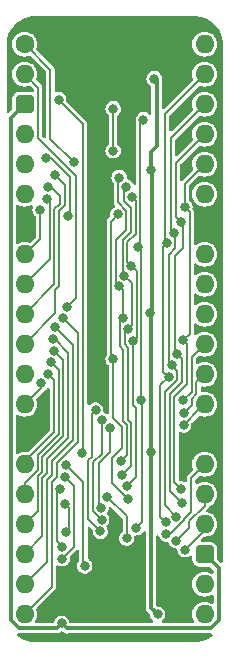
<source format=gbr>
%TF.GenerationSoftware,KiCad,Pcbnew,7.0.5*%
%TF.CreationDate,2024-01-26T06:52:55+02:00*%
%TF.ProjectId,Video Address Reader,56696465-6f20-4416-9464-726573732052,rev?*%
%TF.SameCoordinates,Original*%
%TF.FileFunction,Copper,L2,Bot*%
%TF.FilePolarity,Positive*%
%FSLAX46Y46*%
G04 Gerber Fmt 4.6, Leading zero omitted, Abs format (unit mm)*
G04 Created by KiCad (PCBNEW 7.0.5) date 2024-01-26 06:52:55*
%MOMM*%
%LPD*%
G01*
G04 APERTURE LIST*
G04 Aperture macros list*
%AMRoundRect*
0 Rectangle with rounded corners*
0 $1 Rounding radius*
0 $2 $3 $4 $5 $6 $7 $8 $9 X,Y pos of 4 corners*
0 Add a 4 corners polygon primitive as box body*
4,1,4,$2,$3,$4,$5,$6,$7,$8,$9,$2,$3,0*
0 Add four circle primitives for the rounded corners*
1,1,$1+$1,$2,$3*
1,1,$1+$1,$4,$5*
1,1,$1+$1,$6,$7*
1,1,$1+$1,$8,$9*
0 Add four rect primitives between the rounded corners*
20,1,$1+$1,$2,$3,$4,$5,0*
20,1,$1+$1,$4,$5,$6,$7,0*
20,1,$1+$1,$6,$7,$8,$9,0*
20,1,$1+$1,$8,$9,$2,$3,0*%
G04 Aperture macros list end*
%TA.AperFunction,ComponentPad*%
%ADD10C,1.600000*%
%TD*%
%TA.AperFunction,ComponentPad*%
%ADD11O,1.600000X1.600000*%
%TD*%
%TA.AperFunction,ComponentPad*%
%ADD12RoundRect,0.400000X-0.400000X-0.400000X0.400000X-0.400000X0.400000X0.400000X-0.400000X0.400000X0*%
%TD*%
%TA.AperFunction,ComponentPad*%
%ADD13R,1.600000X1.600000*%
%TD*%
%TA.AperFunction,ViaPad*%
%ADD14C,0.800000*%
%TD*%
%TA.AperFunction,Conductor*%
%ADD15C,0.380000*%
%TD*%
%TA.AperFunction,Conductor*%
%ADD16C,0.200000*%
%TD*%
G04 APERTURE END LIST*
D10*
%TO.P,J1,1,Pin_1*%
%TO.N,/~{Read Address Bank}*%
X88900000Y-58420000D03*
D11*
%TO.P,J1,2,Pin_2*%
%TO.N,/~{Read Address High}*%
X88900000Y-60960000D03*
D12*
%TO.P,J1,3,Pin_3*%
%TO.N,/5V*%
X88900000Y-63500000D03*
D11*
%TO.P,J1,4,Pin_4*%
%TO.N,/~{Read Address Low}*%
X88900000Y-66040000D03*
%TO.P,J1,5,Pin_5*%
%TO.N,/VA20*%
X88900000Y-68580000D03*
%TO.P,J1,6,Pin_6*%
%TO.N,/Pixel CLK*%
X88900000Y-71120000D03*
D13*
%TO.P,J1,7,Pin_7*%
%TO.N,/GND*%
X88900000Y-73660000D03*
D11*
%TO.P,J1,8,Pin_8*%
%TO.N,/VA19*%
X88900000Y-76200000D03*
%TO.P,J1,9,Pin_9*%
%TO.N,/VA18*%
X88900000Y-78740000D03*
%TO.P,J1,10,Pin_10*%
%TO.N,/VA17*%
X88900000Y-81280000D03*
%TO.P,J1,11,Pin_11*%
%TO.N,/VA16*%
X88900000Y-83820000D03*
%TO.P,J1,12,Pin_12*%
%TO.N,/VA15*%
X88900000Y-86360000D03*
%TO.P,J1,13,Pin_13*%
%TO.N,/VA14*%
X88900000Y-88900000D03*
D13*
%TO.P,J1,14,Pin_14*%
%TO.N,/GND*%
X88900000Y-91440000D03*
D11*
%TO.P,J1,15,Pin_15*%
%TO.N,/VA13*%
X88900000Y-93980000D03*
%TO.P,J1,16,Pin_16*%
%TO.N,/VA12*%
X88900000Y-96520000D03*
%TO.P,J1,17,Pin_17*%
%TO.N,/VA11*%
X88900000Y-99060000D03*
%TO.P,J1,18,Pin_18*%
%TO.N,/VA10*%
X88900000Y-101600000D03*
%TO.P,J1,19,Pin_19*%
%TO.N,/VA9*%
X88900000Y-104140000D03*
%TO.P,J1,20,Pin_20*%
%TO.N,/VA8*%
X88900000Y-106680000D03*
%TO.P,J1,21,Pin_21*%
%TO.N,/VA0*%
X104140000Y-106680000D03*
%TO.P,J1,22,Pin_22*%
%TO.N,/VA1*%
X104140000Y-104140000D03*
D12*
%TO.P,J1,23,Pin_23*%
%TO.N,/5V*%
X104140000Y-101600000D03*
D11*
%TO.P,J1,24,Pin_24*%
%TO.N,/VA2*%
X104140000Y-99060000D03*
%TO.P,J1,25,Pin_25*%
%TO.N,/VA3*%
X104140000Y-96520000D03*
%TO.P,J1,26,Pin_26*%
%TO.N,/VA4*%
X104140000Y-93980000D03*
D13*
%TO.P,J1,27,Pin_27*%
%TO.N,/GND*%
X104140000Y-91440000D03*
D11*
%TO.P,J1,28,Pin_28*%
%TO.N,/VA5*%
X104140000Y-88900000D03*
%TO.P,J1,29,Pin_29*%
%TO.N,/VA6*%
X104140000Y-86360000D03*
%TO.P,J1,30,Pin_30*%
%TO.N,/VA7*%
X104140000Y-83820000D03*
%TO.P,J1,31,Pin_31*%
%TO.N,/D0*%
X104140000Y-81280000D03*
%TO.P,J1,32,Pin_32*%
%TO.N,/D1*%
X104140000Y-78740000D03*
%TO.P,J1,33,Pin_33*%
%TO.N,/D2*%
X104140000Y-76200000D03*
D13*
%TO.P,J1,34,Pin_34*%
%TO.N,/GND*%
X104140000Y-73660000D03*
D11*
%TO.P,J1,35,Pin_35*%
%TO.N,/D3*%
X104140000Y-71120000D03*
%TO.P,J1,36,Pin_36*%
%TO.N,/D4*%
X104140000Y-68580000D03*
%TO.P,J1,37,Pin_37*%
%TO.N,/D5*%
X104140000Y-66040000D03*
%TO.P,J1,38,Pin_38*%
%TO.N,/D6*%
X104140000Y-63500000D03*
%TO.P,J1,39,Pin_39*%
%TO.N,/D7*%
X104140000Y-60960000D03*
%TO.P,J1,40,Pin_40*%
%TO.N,unconnected-(J1-Pin_40-Pad40)*%
X104140000Y-58420000D03*
%TD*%
D14*
%TO.N,/GND*%
X94996000Y-87503000D03*
X96266004Y-104673324D03*
X96774000Y-99060000D03*
%TO.N,/5V*%
X92029000Y-107444000D03*
%TO.N,/GND*%
X95123000Y-74295000D03*
X95123000Y-82600000D03*
X97155000Y-60198002D03*
X93599000Y-60071000D03*
X95123000Y-68579994D03*
%TO.N,/3.3V*%
X99585000Y-69087994D03*
X100157000Y-106688500D03*
X99585000Y-92964006D03*
X99486000Y-81153000D03*
X99867000Y-61341000D03*
%TO.N,/D0*%
X96896092Y-69710109D03*
X97028000Y-93726000D03*
X97243076Y-81600764D03*
X96895680Y-78910026D03*
%TO.N,/D1*%
X97157515Y-94883508D03*
X97678000Y-82500741D03*
X97507473Y-70501448D03*
X97331327Y-78007119D03*
%TO.N,/D2*%
X97996000Y-71374000D03*
X97574604Y-95793706D03*
X97941651Y-77214964D03*
X98078000Y-83554517D03*
%TO.N,/D3*%
X96796000Y-72837293D03*
X96393000Y-85090000D03*
X97663000Y-96901000D03*
%TO.N,/D4*%
X102128187Y-96058236D03*
X102304761Y-83486511D03*
X102457382Y-72223426D03*
%TO.N,/D5*%
X102170544Y-73477737D03*
X101789000Y-84645321D03*
X102235000Y-97282000D03*
%TO.N,/D6*%
X101571620Y-74436499D03*
X101727000Y-98425000D03*
X101346000Y-85598000D03*
%TO.N,/D7*%
X100853016Y-98910960D03*
X101077354Y-86597009D03*
X100948728Y-75218810D03*
%TO.N,/~{Read Address Low}*%
X91778000Y-63120698D03*
X93731728Y-93009201D03*
%TO.N,/Pixel CLK*%
X96393000Y-67436996D03*
X96393000Y-63881000D03*
%TO.N,/PCLK\u00B7RAL*%
X98355414Y-99362422D03*
X98488498Y-75628500D03*
X98947980Y-64814997D03*
X98778000Y-88581000D03*
%TO.N,/VA0*%
X92407519Y-94036858D03*
X93980000Y-102592001D03*
%TO.N,/VA1*%
X92075000Y-101981000D03*
X92300000Y-95030894D03*
%TO.N,/VA2*%
X102489000Y-101219000D03*
X91918322Y-96058227D03*
X92075000Y-100965000D03*
%TO.N,/VA3*%
X92320415Y-97362421D03*
X92371917Y-99736346D03*
X101733589Y-100463160D03*
%TO.N,/VA4*%
X95857000Y-96729419D03*
X97536000Y-100244324D03*
X100900624Y-99909829D03*
%TO.N,/VA5*%
X102362000Y-90678000D03*
X95386673Y-97653460D03*
X96144000Y-90932000D03*
%TO.N,/VA6*%
X102354058Y-89678029D03*
X95416873Y-98673610D03*
X95433581Y-90228218D03*
%TO.N,/VA7*%
X95302063Y-99667000D03*
X94896817Y-89384483D03*
X102340001Y-88578688D03*
%TO.N,/~{Read Address High}*%
X92456000Y-80644998D03*
%TO.N,/VA8*%
X92108308Y-81596832D03*
%TO.N,/VA9*%
X91500245Y-82392189D03*
%TO.N,/VA10*%
X91322623Y-83376290D03*
%TO.N,/VA11*%
X91373272Y-84375009D03*
%TO.N,/VA12*%
X91133638Y-85345874D03*
%TO.N,/VA13*%
X90866430Y-86309515D03*
%TO.N,/VA14*%
X90311447Y-87141380D03*
%TO.N,/~{Read Address Bank}*%
X93074394Y-68430809D03*
%TO.N,/VA16*%
X91440010Y-69469000D03*
%TO.N,/VA17*%
X90897338Y-70531972D03*
%TO.N,/VA18*%
X90805000Y-71562972D03*
%TO.N,/VA19*%
X90198805Y-72423319D03*
%TO.N,/VA20*%
X92525204Y-72988865D03*
X90678000Y-68072000D03*
%TD*%
D15*
%TO.N,/GND*%
X96265998Y-104673318D02*
X96266004Y-104673324D01*
X96265998Y-99568002D02*
X96265998Y-104673318D01*
X96774000Y-99060000D02*
X96265998Y-99568002D01*
D16*
%TO.N,/VA4*%
X97536000Y-98408419D02*
X95857000Y-96729419D01*
X97536000Y-100244324D02*
X97536000Y-98408419D01*
%TO.N,/D2*%
X98341859Y-95026451D02*
X97574604Y-95793706D01*
X98341859Y-89196934D02*
X98341859Y-95026451D01*
X98078000Y-83554517D02*
X98078000Y-88933075D01*
X98078000Y-88933075D02*
X98341859Y-89196934D01*
%TO.N,/D0*%
X97496000Y-74118679D02*
X96631327Y-74983352D01*
X97496000Y-72508636D02*
X97496000Y-74118679D01*
X96807473Y-71820109D02*
X97496000Y-72508636D01*
X96807473Y-69798728D02*
X96807473Y-71820109D01*
X96896092Y-69710109D02*
X96807473Y-69798728D01*
%TO.N,/D1*%
X97978000Y-78653792D02*
X97331327Y-78007119D01*
X97198000Y-77873792D02*
X97331327Y-78007119D01*
X97198000Y-74982365D02*
X97198000Y-77873792D01*
X97896000Y-74284365D02*
X97198000Y-74982365D01*
X97896000Y-72263950D02*
X97896000Y-74284365D01*
X97296000Y-71663950D02*
X97896000Y-72263950D01*
X97296000Y-70712921D02*
X97296000Y-71663950D01*
X97507473Y-70501448D02*
X97296000Y-70712921D01*
%TO.N,/D2*%
X97598000Y-76871313D02*
X97941651Y-77214964D01*
X97598000Y-75148050D02*
X97598000Y-76871313D01*
X98296000Y-71674000D02*
X98296000Y-74450050D01*
X97996000Y-71374000D02*
X98296000Y-71674000D01*
X98378000Y-83254517D02*
X98378000Y-77651313D01*
%TO.N,/D1*%
X97978000Y-82200741D02*
X97978000Y-78653792D01*
%TO.N,/D2*%
X98378000Y-77651313D02*
X97941651Y-77214964D01*
X98078000Y-83554517D02*
X98378000Y-83254517D01*
%TO.N,/D1*%
X97678000Y-82500741D02*
X97978000Y-82200741D01*
%TO.N,/D2*%
X98296000Y-74450050D02*
X97598000Y-75148050D01*
%TO.N,/D0*%
X96631327Y-74983352D02*
X96631327Y-78645673D01*
X96631327Y-78645673D02*
X96895680Y-78910026D01*
%TO.N,/PCLK\u00B7RAL*%
X98696000Y-65066977D02*
X98696000Y-75420998D01*
X98947980Y-64814997D02*
X98696000Y-65066977D01*
X98778000Y-88581000D02*
X98778000Y-75918002D01*
X98696000Y-75420998D02*
X98488498Y-75628500D01*
X98778000Y-75918002D02*
X98488498Y-75628500D01*
%TO.N,/D0*%
X97243076Y-81600764D02*
X97243076Y-79257422D01*
X97243076Y-79257422D02*
X96895680Y-78910026D01*
%TO.N,/D3*%
X96182000Y-73451293D02*
X96796000Y-72837293D01*
X96182000Y-84879000D02*
X96182000Y-73451293D01*
X96393000Y-85090000D02*
X96182000Y-84879000D01*
D15*
%TO.N,/3.3V*%
X99695000Y-69197994D02*
X99585000Y-69087994D01*
X99486000Y-81153000D02*
X99695000Y-80944000D01*
X99695000Y-80944000D02*
X99695000Y-69197994D01*
D16*
%TO.N,/VA2*%
X104140000Y-99568000D02*
X102489000Y-101219000D01*
D15*
%TO.N,/5V*%
X88401622Y-107872000D02*
X91601000Y-107872000D01*
X87710000Y-107180378D02*
X88401622Y-107872000D01*
X88900000Y-63500000D02*
X87710000Y-64690000D01*
X87710000Y-64690000D02*
X87710000Y-107180378D01*
%TO.N,/3.3V*%
X99585000Y-106116500D02*
X99585000Y-105941500D01*
X100157000Y-106688500D02*
X99585000Y-106116500D01*
D16*
%TO.N,/VA7*%
X94615000Y-93328608D02*
X94615000Y-89666300D01*
X94277000Y-93666608D02*
X94615000Y-93328608D01*
X94277000Y-98641937D02*
X94277000Y-93666608D01*
X94615000Y-89666300D02*
X94896817Y-89384483D01*
X95302063Y-99667000D02*
X94277000Y-98641937D01*
%TO.N,/VA6*%
X94677000Y-93832293D02*
X95433581Y-93075712D01*
X94677000Y-97933737D02*
X94677000Y-93832293D01*
%TO.N,/VA5*%
X96144000Y-92930978D02*
X96144000Y-90932000D01*
X95157000Y-93917978D02*
X96144000Y-92930978D01*
X95157000Y-97423787D02*
X95157000Y-93917978D01*
%TO.N,/D1*%
X97941859Y-94099164D02*
X97157515Y-94883508D01*
X97678000Y-90222680D02*
X97941859Y-90486539D01*
%TO.N,/VA6*%
X95416873Y-98673610D02*
X94677000Y-97933737D01*
%TO.N,/D1*%
X97678000Y-84144467D02*
X97678000Y-90222680D01*
X97378000Y-83844467D02*
X97678000Y-84144467D01*
X97378000Y-82800741D02*
X97378000Y-83844467D01*
X97678000Y-82500741D02*
X97378000Y-82800741D01*
%TO.N,/D0*%
X97541859Y-93212141D02*
X97028000Y-93726000D01*
X97244000Y-84276153D02*
X97244000Y-90354364D01*
X97244000Y-90354364D02*
X97541859Y-90652224D01*
X96978000Y-84010152D02*
X97244000Y-84276153D01*
X97541859Y-90652224D02*
X97541859Y-93212141D01*
X96978000Y-81865840D02*
X96978000Y-84010152D01*
%TO.N,/VA5*%
X95386673Y-97653460D02*
X95157000Y-97423787D01*
%TO.N,/D3*%
X96393000Y-90069050D02*
X96393000Y-85090000D01*
%TO.N,/D0*%
X97243076Y-81600764D02*
X96978000Y-81865840D01*
%TO.N,/VA6*%
X95433581Y-93075712D02*
X95433581Y-90228218D01*
%TO.N,/D3*%
X97141859Y-92622191D02*
X97141859Y-90817909D01*
X96328000Y-95566000D02*
X96328000Y-93436050D01*
X97141859Y-90817909D02*
X96393000Y-90069050D01*
X97663000Y-96901000D02*
X96328000Y-95566000D01*
%TO.N,/D1*%
X97941859Y-90486539D02*
X97941859Y-94099164D01*
%TO.N,/D3*%
X96328000Y-93436050D02*
X97141859Y-92622191D01*
%TO.N,/PCLK\u00B7RAL*%
X98806000Y-88609000D02*
X98778000Y-88581000D01*
X98806000Y-98911836D02*
X98806000Y-88609000D01*
X98355414Y-99362422D02*
X98806000Y-98911836D01*
D15*
%TO.N,/5V*%
X91601000Y-107872000D02*
X92029000Y-107444000D01*
X104632915Y-107870000D02*
X92503000Y-107870000D01*
X104140000Y-101600000D02*
X105330000Y-102790000D01*
X92457000Y-107872000D02*
X92029000Y-107444000D01*
X105330000Y-107172915D02*
X104632915Y-107870000D01*
X105330000Y-102790000D02*
X105330000Y-107172915D01*
%TO.N,/GND*%
X95123000Y-68579994D02*
X95123000Y-61595000D01*
X95123000Y-74295000D02*
X95123000Y-82600000D01*
X93599000Y-60071000D02*
X97027998Y-60071000D01*
X97027998Y-60071000D02*
X97155000Y-60198002D01*
X95123000Y-74295000D02*
X95123000Y-68579994D01*
X95123000Y-61595000D02*
X93599000Y-60071000D01*
%TO.N,/3.3V*%
X99585000Y-105941500D02*
X99585000Y-92964006D01*
X99585000Y-92964006D02*
X99585000Y-81252000D01*
X100076000Y-67056000D02*
X100076000Y-61550000D01*
X100076000Y-61550000D02*
X99867000Y-61341000D01*
X99585000Y-67547000D02*
X100076000Y-67056000D01*
X99585000Y-81252000D02*
X99486000Y-81153000D01*
X99585000Y-69087994D02*
X99585000Y-67547000D01*
D16*
%TO.N,/D4*%
X102870544Y-72636588D02*
X102870544Y-82920728D01*
X102640000Y-87225000D02*
X101574155Y-88290845D01*
X104140000Y-68580000D02*
X102457382Y-70262618D01*
X102304761Y-83486511D02*
X102640000Y-83821750D01*
X102640000Y-83821750D02*
X102640000Y-87225000D01*
X101574155Y-95504204D02*
X102128187Y-96058236D01*
X102457382Y-70262618D02*
X102457382Y-72223426D01*
X101574155Y-88290845D02*
X101574155Y-95504204D01*
X102870544Y-82920728D02*
X102304761Y-83486511D01*
X102457382Y-72223426D02*
X102870544Y-72636588D01*
%TO.N,/D5*%
X104140000Y-66040000D02*
X101710000Y-68470000D01*
X102271620Y-75655380D02*
X101595546Y-76331454D01*
X102220771Y-87009229D02*
X101174155Y-88055845D01*
X102220771Y-85077092D02*
X102220771Y-87009229D01*
X101595546Y-84451867D02*
X101789000Y-84645321D01*
X101174155Y-96221155D02*
X102235000Y-97282000D01*
X102170544Y-73477737D02*
X102271620Y-73578813D01*
X101710000Y-68470000D02*
X101710000Y-73017193D01*
X101174155Y-88055845D02*
X101174155Y-96221155D01*
X101595546Y-76331454D02*
X101595546Y-84451867D01*
X102271620Y-73578813D02*
X102271620Y-75655380D01*
X101789000Y-84645321D02*
X102220771Y-85077092D01*
X101710000Y-73017193D02*
X102170544Y-73477737D01*
%TO.N,/D6*%
X101820771Y-86843543D02*
X100774156Y-87890158D01*
X101089000Y-85341000D02*
X101346000Y-85598000D01*
X101571620Y-74436499D02*
X101665006Y-74529885D01*
X101820771Y-86072771D02*
X101820771Y-86843543D01*
X101256000Y-74120879D02*
X101571620Y-74436499D01*
X101089000Y-76272314D02*
X101089000Y-85341000D01*
X101346000Y-85598000D02*
X101820771Y-86072771D01*
X101665006Y-75696308D02*
X101089000Y-76272314D01*
X100774156Y-87890158D02*
X100774156Y-97472156D01*
X101256000Y-66384000D02*
X101256000Y-74120879D01*
X101665006Y-74529885D02*
X101665006Y-75696308D01*
X100774156Y-97472156D02*
X101727000Y-98425000D01*
X104140000Y-63500000D02*
X101256000Y-66384000D01*
%TO.N,/D7*%
X100806000Y-64294000D02*
X100806000Y-75076082D01*
X100646000Y-75521538D02*
X100646000Y-86165655D01*
X100948728Y-75218810D02*
X100646000Y-75521538D01*
X100374157Y-87300206D02*
X100374157Y-98432101D01*
X100646000Y-86165655D02*
X101077354Y-86597009D01*
X100374157Y-98432101D02*
X100853016Y-98910960D01*
X100806000Y-75076082D02*
X100948728Y-75218810D01*
X104140000Y-60960000D02*
X100806000Y-64294000D01*
X101077354Y-86597009D02*
X100374157Y-87300206D01*
%TO.N,/~{Read Address Low}*%
X91778000Y-63120698D02*
X93853000Y-65195698D01*
X93853000Y-65195698D02*
X93853000Y-92887929D01*
X93853000Y-92887929D02*
X93731728Y-93009201D01*
%TO.N,/Pixel CLK*%
X96393000Y-63881000D02*
X96393000Y-67436996D01*
%TO.N,/VA0*%
X92407519Y-94036858D02*
X93877001Y-95506340D01*
X93877001Y-102489002D02*
X93980000Y-102592001D01*
X93877001Y-95506340D02*
X93877001Y-102489002D01*
%TO.N,/VA1*%
X93072000Y-95802894D02*
X92300000Y-95030894D01*
X92075000Y-101981000D02*
X93072000Y-100984000D01*
X93072000Y-100984000D02*
X93072000Y-95802894D01*
%TO.N,/VA2*%
X92075000Y-100965000D02*
X91600000Y-100490000D01*
X91600000Y-96376549D02*
X91918322Y-96058227D01*
X91600000Y-100490000D02*
X91600000Y-96376549D01*
%TO.N,/VA3*%
X92371917Y-99736346D02*
X92645000Y-99463263D01*
X102827000Y-99369749D02*
X101733589Y-100463160D01*
X92645000Y-99463263D02*
X92645000Y-97687006D01*
X104140000Y-96520000D02*
X104140000Y-97504365D01*
X102827000Y-98817365D02*
X102827000Y-99369749D01*
X104140000Y-97504365D02*
X102827000Y-98817365D01*
X92645000Y-97687006D02*
X92320415Y-97362421D01*
%TO.N,/VA4*%
X102427000Y-98614000D02*
X102427000Y-98714950D01*
X101232121Y-99909829D02*
X100900624Y-99909829D01*
X102997000Y-95123000D02*
X102997000Y-98044000D01*
X104140000Y-93980000D02*
X102997000Y-95123000D01*
X102997000Y-98044000D02*
X102427000Y-98614000D01*
X102427000Y-98714950D02*
X101232121Y-99909829D01*
%TO.N,/VA5*%
X103690984Y-89349016D02*
X102362000Y-90678000D01*
%TO.N,/VA6*%
X104140000Y-86360000D02*
X103440000Y-87060000D01*
X103440000Y-87060000D02*
X103440000Y-88044365D01*
X103040000Y-88992087D02*
X102354058Y-89678029D01*
X103040000Y-88444365D02*
X103040000Y-88992087D01*
X103440000Y-88044365D02*
X103040000Y-88444365D01*
%TO.N,/VA7*%
X103040000Y-84920000D02*
X103040000Y-87878689D01*
X104140000Y-83820000D02*
X103040000Y-84920000D01*
X103040000Y-87878689D02*
X102340001Y-88578688D01*
%TO.N,/~{Read Address High}*%
X90043000Y-66389365D02*
X93225204Y-69571569D01*
X88900000Y-60960000D02*
X90043000Y-62103000D01*
X90043000Y-62103000D02*
X90043000Y-66389365D01*
X93225204Y-69571569D02*
X93225204Y-79875794D01*
X93225204Y-79875794D02*
X92456000Y-80644998D01*
%TO.N,/VA8*%
X91200000Y-95498376D02*
X91600000Y-95098375D01*
X93377996Y-82866520D02*
X92108308Y-81596832D01*
X91600000Y-93854426D02*
X93377996Y-92076429D01*
X93377996Y-92076429D02*
X93377996Y-82866520D01*
X91200000Y-104380000D02*
X91200000Y-95498376D01*
X88900000Y-106680000D02*
X91200000Y-104380000D01*
X91600000Y-95098375D02*
X91600000Y-93854426D01*
%TO.N,/VA9*%
X92977997Y-83869941D02*
X91500245Y-82392189D01*
X91200000Y-94932690D02*
X91200000Y-93688740D01*
X88900000Y-104140000D02*
X90800000Y-102240000D01*
X92977996Y-91910744D02*
X92977997Y-83869941D01*
X91200000Y-93688740D02*
X92977996Y-91910744D01*
X90800000Y-102240000D02*
X90800000Y-95332691D01*
X90800000Y-95332691D02*
X91200000Y-94932690D01*
%TO.N,/VA10*%
X90400000Y-95167006D02*
X90800000Y-94767005D01*
X92577996Y-91745055D02*
X92577998Y-84526431D01*
X91427857Y-83376290D02*
X91322623Y-83376290D01*
X88900000Y-101600000D02*
X90400000Y-100100000D01*
X90800000Y-93523054D02*
X92577996Y-91745055D01*
X90400000Y-100100000D02*
X90400000Y-95167006D01*
X90800000Y-94767005D02*
X90800000Y-93523054D01*
X92577998Y-84526431D02*
X91427857Y-83376290D01*
%TO.N,/VA11*%
X90000000Y-95001321D02*
X90400000Y-94601320D01*
X90000000Y-97960000D02*
X90000000Y-95001321D01*
X88900000Y-99060000D02*
X90000000Y-97960000D01*
X92177996Y-91579367D02*
X92177999Y-85179736D01*
X90400000Y-93357368D02*
X92177996Y-91579367D01*
X92177999Y-85179736D02*
X91373272Y-84375009D01*
X90400000Y-94601320D02*
X90400000Y-93357368D01*
%TO.N,/VA12*%
X91778000Y-85990236D02*
X91133638Y-85345874D01*
X88900000Y-95535635D02*
X90000000Y-94435635D01*
X90000000Y-93191682D02*
X91777996Y-91413684D01*
X90000000Y-94435635D02*
X90000000Y-93191682D01*
X91777996Y-91413684D02*
X91778000Y-85990236D01*
X88900000Y-96520000D02*
X88900000Y-95535635D01*
%TO.N,/VA13*%
X88900000Y-93726000D02*
X91378000Y-91248000D01*
X91378000Y-86821085D02*
X90866430Y-86309515D01*
X91378000Y-91248000D02*
X91378000Y-86821085D01*
%TO.N,/VA14*%
X88900000Y-88900000D02*
X90311447Y-87488553D01*
X90311447Y-87488553D02*
X90311447Y-87141380D01*
%TO.N,/~{Read Address Bank}*%
X91078000Y-66434415D02*
X93074394Y-68430809D01*
X88900000Y-58420000D02*
X91078000Y-60598000D01*
X91078000Y-60598000D02*
X91078000Y-66434415D01*
%TO.N,/VA16*%
X91502000Y-81218000D02*
X91502000Y-79243686D01*
X91821000Y-78924686D02*
X91821000Y-72574685D01*
X91502000Y-79243686D02*
X91821000Y-78924686D01*
X91821000Y-72574685D02*
X92348000Y-72047685D01*
X92348000Y-70376990D02*
X91440010Y-69469000D01*
X88900000Y-83820000D02*
X91502000Y-81218000D01*
X92348000Y-72047685D02*
X92348000Y-70376990D01*
%TO.N,/VA17*%
X91886546Y-71943453D02*
X91886546Y-71261486D01*
X91886546Y-71261486D02*
X91157032Y-70531972D01*
X91157032Y-70531972D02*
X90897338Y-70531972D01*
X88900000Y-81280000D02*
X91421000Y-78759000D01*
X91421000Y-72408999D02*
X91886546Y-71943453D01*
X91421000Y-78759000D02*
X91421000Y-72408999D01*
%TO.N,/VA18*%
X91021000Y-71778972D02*
X90805000Y-71562972D01*
X91021000Y-76619000D02*
X91021000Y-71778972D01*
X88900000Y-78740000D02*
X91021000Y-76619000D01*
%TO.N,/VA19*%
X88900000Y-76200000D02*
X90198805Y-74901195D01*
X90198805Y-74901195D02*
X90198805Y-72423319D01*
%TO.N,/VA20*%
X90678000Y-68072000D02*
X91159950Y-68072000D01*
X92748000Y-69660050D02*
X92748000Y-72766069D01*
X91159950Y-68072000D02*
X92748000Y-69660050D01*
X92748000Y-72766069D02*
X92525204Y-72988865D01*
%TD*%
%TA.AperFunction,Conductor*%
%TO.N,/GND*%
G36*
X96248385Y-97616486D02*
G01*
X97149181Y-98517282D01*
X97182666Y-98578605D01*
X97185500Y-98604963D01*
X97185500Y-99629973D01*
X97165815Y-99697012D01*
X97143728Y-99722786D01*
X97049337Y-99806410D01*
X97045516Y-99809795D01*
X96955781Y-99939799D01*
X96955780Y-99939800D01*
X96899762Y-100087505D01*
X96880722Y-100244323D01*
X96880722Y-100244324D01*
X96899762Y-100401142D01*
X96950106Y-100533885D01*
X96955780Y-100548847D01*
X97045517Y-100678854D01*
X97163760Y-100783607D01*
X97163762Y-100783608D01*
X97303634Y-100857020D01*
X97457014Y-100894824D01*
X97457015Y-100894824D01*
X97614985Y-100894824D01*
X97768365Y-100857020D01*
X97803047Y-100838817D01*
X97908240Y-100783607D01*
X98026483Y-100678854D01*
X98116220Y-100548847D01*
X98172237Y-100401142D01*
X98191278Y-100244324D01*
X98180051Y-100151868D01*
X98191513Y-100082945D01*
X98238416Y-100031159D01*
X98303148Y-100012922D01*
X98434399Y-100012922D01*
X98587779Y-99975118D01*
X98626459Y-99954817D01*
X98727654Y-99901705D01*
X98845897Y-99796952D01*
X98918450Y-99691839D01*
X98972732Y-99647850D01*
X99042181Y-99640190D01*
X99104746Y-99671293D01*
X99140563Y-99731284D01*
X99144500Y-99762280D01*
X99144500Y-106088271D01*
X99144110Y-106095219D01*
X99139834Y-106133156D01*
X99145728Y-106164305D01*
X99150438Y-106189198D01*
X99150821Y-106191452D01*
X99159315Y-106247805D01*
X99161781Y-106255801D01*
X99164521Y-106263630D01*
X99191145Y-106314004D01*
X99192190Y-106316074D01*
X99216930Y-106367448D01*
X99221586Y-106374278D01*
X99226569Y-106381028D01*
X99226571Y-106381032D01*
X99266876Y-106421337D01*
X99268459Y-106422981D01*
X99307250Y-106464787D01*
X99314516Y-106470581D01*
X99313978Y-106471254D01*
X99326072Y-106480533D01*
X99466998Y-106621459D01*
X99500483Y-106682782D01*
X99502413Y-106694193D01*
X99520763Y-106845319D01*
X99543289Y-106904715D01*
X99576780Y-106993023D01*
X99666517Y-107123030D01*
X99767717Y-107212684D01*
X99804844Y-107271874D01*
X99804076Y-107341739D01*
X99765659Y-107400099D01*
X99701788Y-107428424D01*
X99685490Y-107429500D01*
X92792372Y-107429500D01*
X92725333Y-107409815D01*
X92679578Y-107357011D01*
X92669276Y-107320446D01*
X92668669Y-107315449D01*
X92665237Y-107287182D01*
X92609220Y-107139477D01*
X92519483Y-107009470D01*
X92401240Y-106904717D01*
X92401238Y-106904716D01*
X92401237Y-106904715D01*
X92261365Y-106831303D01*
X92107986Y-106793500D01*
X92107985Y-106793500D01*
X91950015Y-106793500D01*
X91950014Y-106793500D01*
X91796634Y-106831303D01*
X91656762Y-106904715D01*
X91538516Y-107009471D01*
X91448781Y-107139475D01*
X91448780Y-107139476D01*
X91392763Y-107287180D01*
X91388481Y-107322447D01*
X91360859Y-107386625D01*
X91302925Y-107425681D01*
X91265385Y-107431500D01*
X89896345Y-107431500D01*
X89829306Y-107411815D01*
X89783551Y-107359011D01*
X89773607Y-107289853D01*
X89786985Y-107249049D01*
X89875232Y-107083954D01*
X89935300Y-106885934D01*
X89955583Y-106680000D01*
X89935300Y-106474066D01*
X89879210Y-106289163D01*
X89878588Y-106219298D01*
X89910189Y-106165491D01*
X91413046Y-104662634D01*
X91432902Y-104646511D01*
X91440669Y-104641437D01*
X91460873Y-104615477D01*
X91465941Y-104609739D01*
X91468375Y-104607307D01*
X91480333Y-104590555D01*
X91481800Y-104588589D01*
X91512517Y-104549126D01*
X91512519Y-104549118D01*
X91516006Y-104542675D01*
X91519234Y-104536072D01*
X91519239Y-104536066D01*
X91533501Y-104488155D01*
X91534259Y-104485790D01*
X91550500Y-104438488D01*
X91550500Y-104438481D01*
X91551705Y-104431261D01*
X91552617Y-104423952D01*
X91550553Y-104374051D01*
X91550500Y-104371489D01*
X91550500Y-102645492D01*
X91570185Y-102578453D01*
X91622989Y-102532698D01*
X91692147Y-102522754D01*
X91732126Y-102535696D01*
X91842634Y-102593696D01*
X91996014Y-102631500D01*
X91996015Y-102631500D01*
X92153985Y-102631500D01*
X92307365Y-102593696D01*
X92307364Y-102593695D01*
X92447240Y-102520283D01*
X92565483Y-102415530D01*
X92655220Y-102285523D01*
X92711237Y-102137818D01*
X92730278Y-101981000D01*
X92720274Y-101898616D01*
X92731734Y-101829695D01*
X92755686Y-101795993D01*
X93285043Y-101266636D01*
X93304894Y-101250516D01*
X93312669Y-101245437D01*
X93312674Y-101245429D01*
X93318513Y-101240056D01*
X93381166Y-101209131D01*
X93450592Y-101216988D01*
X93504750Y-101261133D01*
X93526444Y-101327549D01*
X93526500Y-101331282D01*
X93526500Y-102068899D01*
X93506815Y-102135938D01*
X93493742Y-102151194D01*
X93494490Y-102151857D01*
X93489518Y-102157469D01*
X93399781Y-102287476D01*
X93399780Y-102287477D01*
X93343762Y-102435182D01*
X93324722Y-102592000D01*
X93324722Y-102592001D01*
X93343762Y-102748819D01*
X93387588Y-102864376D01*
X93399780Y-102896524D01*
X93489517Y-103026531D01*
X93607760Y-103131284D01*
X93607762Y-103131285D01*
X93747634Y-103204697D01*
X93901014Y-103242501D01*
X93901015Y-103242501D01*
X94058985Y-103242501D01*
X94212365Y-103204697D01*
X94212365Y-103204696D01*
X94352240Y-103131284D01*
X94470483Y-103026531D01*
X94560220Y-102896524D01*
X94616237Y-102748819D01*
X94635278Y-102592001D01*
X94628442Y-102535696D01*
X94616237Y-102435182D01*
X94582570Y-102346410D01*
X94560220Y-102287478D01*
X94470483Y-102157471D01*
X94352240Y-102052718D01*
X94334591Y-102043455D01*
X94293874Y-102022084D01*
X94243662Y-101973498D01*
X94227501Y-101912288D01*
X94227501Y-99387482D01*
X94247186Y-99320443D01*
X94299990Y-99274688D01*
X94369148Y-99264744D01*
X94432704Y-99293769D01*
X94439182Y-99299801D01*
X94621372Y-99481991D01*
X94654857Y-99543314D01*
X94656787Y-99584617D01*
X94646785Y-99666999D01*
X94646785Y-99667000D01*
X94665825Y-99823818D01*
X94709812Y-99939800D01*
X94721843Y-99971523D01*
X94811580Y-100101530D01*
X94929823Y-100206283D01*
X94929825Y-100206284D01*
X95069697Y-100279696D01*
X95223077Y-100317500D01*
X95223078Y-100317500D01*
X95381048Y-100317500D01*
X95534428Y-100279696D01*
X95542177Y-100275629D01*
X95674303Y-100206283D01*
X95792546Y-100101530D01*
X95882283Y-99971523D01*
X95938300Y-99823818D01*
X95957341Y-99667000D01*
X95952993Y-99631186D01*
X95938300Y-99510181D01*
X95908453Y-99431482D01*
X95882283Y-99362477D01*
X95845261Y-99308842D01*
X95823379Y-99242489D01*
X95840844Y-99174837D01*
X95865081Y-99145591D01*
X95907356Y-99108140D01*
X95997093Y-98978133D01*
X96053110Y-98830428D01*
X96072151Y-98673610D01*
X96068536Y-98643833D01*
X96053110Y-98516791D01*
X96017579Y-98423104D01*
X95997093Y-98369087D01*
X95907356Y-98239080D01*
X95906129Y-98237993D01*
X95905488Y-98236971D01*
X95902382Y-98233465D01*
X95902964Y-98232948D01*
X95869001Y-98178805D01*
X95869767Y-98108940D01*
X95886302Y-98074738D01*
X95966893Y-97957983D01*
X96022910Y-97810278D01*
X96037609Y-97689218D01*
X96065229Y-97625043D01*
X96123163Y-97585986D01*
X96193016Y-97584451D01*
X96248385Y-97616486D01*
G37*
%TD.AperFunction*%
%TA.AperFunction,Conductor*%
G36*
X103306138Y-56056880D02*
G01*
X103306155Y-56056881D01*
X103585390Y-56073767D01*
X103592823Y-56074671D01*
X103617541Y-56079200D01*
X103866153Y-56124757D01*
X103873415Y-56126548D01*
X104138710Y-56209215D01*
X104145716Y-56211872D01*
X104399109Y-56325911D01*
X104405740Y-56329391D01*
X104643553Y-56473152D01*
X104649700Y-56477395D01*
X104868452Y-56648773D01*
X104874049Y-56653733D01*
X105070543Y-56850224D01*
X105075513Y-56855833D01*
X105246879Y-57074564D01*
X105251136Y-57080731D01*
X105394893Y-57318532D01*
X105398375Y-57325167D01*
X105512419Y-57578557D01*
X105515072Y-57585551D01*
X105592351Y-57833547D01*
X105597742Y-57850847D01*
X105599535Y-57858123D01*
X105649624Y-58131448D01*
X105650527Y-58138887D01*
X105667386Y-58417568D01*
X105667499Y-58421313D01*
X105667499Y-102205176D01*
X105647814Y-102272215D01*
X105595010Y-102317970D01*
X105525852Y-102327914D01*
X105462296Y-102298889D01*
X105455818Y-102292857D01*
X105226819Y-102063858D01*
X105193334Y-102002535D01*
X105190500Y-101976177D01*
X105190500Y-101134313D01*
X105190499Y-101134298D01*
X105188196Y-101105037D01*
X105187598Y-101097431D01*
X105185716Y-101090954D01*
X105141745Y-100939606D01*
X105141744Y-100939603D01*
X105141744Y-100939602D01*
X105058081Y-100798135D01*
X105058079Y-100798133D01*
X105058076Y-100798129D01*
X104941870Y-100681923D01*
X104941862Y-100681917D01*
X104845229Y-100624769D01*
X104800398Y-100598256D01*
X104800397Y-100598255D01*
X104800396Y-100598255D01*
X104800393Y-100598254D01*
X104642573Y-100552402D01*
X104642567Y-100552401D01*
X104605701Y-100549500D01*
X104605694Y-100549500D01*
X103953543Y-100549500D01*
X103886504Y-100529815D01*
X103840749Y-100477011D01*
X103830805Y-100407853D01*
X103859830Y-100344297D01*
X103865862Y-100337819D01*
X104051779Y-100151902D01*
X104113102Y-100118417D01*
X104139460Y-100115583D01*
X104139999Y-100115583D01*
X104139999Y-100115582D01*
X104140000Y-100115583D01*
X104345934Y-100095300D01*
X104543954Y-100035232D01*
X104726450Y-99937685D01*
X104886410Y-99806410D01*
X105017685Y-99646450D01*
X105115232Y-99463954D01*
X105175300Y-99265934D01*
X105195583Y-99060000D01*
X105175300Y-98854066D01*
X105115232Y-98656046D01*
X105017685Y-98473550D01*
X104943212Y-98382804D01*
X104886410Y-98313589D01*
X104755013Y-98205756D01*
X104726450Y-98182315D01*
X104543954Y-98084768D01*
X104428705Y-98049808D01*
X104366987Y-98031086D01*
X104308548Y-97992788D01*
X104280092Y-97928976D01*
X104290652Y-97859909D01*
X104315298Y-97824747D01*
X104353046Y-97786999D01*
X104372902Y-97770876D01*
X104380669Y-97765802D01*
X104400873Y-97739842D01*
X104405941Y-97734104D01*
X104408375Y-97731672D01*
X104420313Y-97714950D01*
X104421809Y-97712943D01*
X104452517Y-97673491D01*
X104452518Y-97673485D01*
X104456017Y-97667021D01*
X104459235Y-97660436D01*
X104459239Y-97660432D01*
X104473500Y-97612528D01*
X104474269Y-97610129D01*
X104477353Y-97601146D01*
X104490500Y-97562853D01*
X104490500Y-97562848D01*
X104491086Y-97561141D01*
X104531471Y-97504126D01*
X104549908Y-97492049D01*
X104726450Y-97397685D01*
X104886410Y-97266410D01*
X105017685Y-97106450D01*
X105115232Y-96923954D01*
X105175300Y-96725934D01*
X105195583Y-96520000D01*
X105175300Y-96314066D01*
X105115232Y-96116046D01*
X105017685Y-95933550D01*
X104932500Y-95829751D01*
X104886410Y-95773589D01*
X104757008Y-95667393D01*
X104726450Y-95642315D01*
X104543954Y-95544768D01*
X104345934Y-95484700D01*
X104345932Y-95484699D01*
X104345934Y-95484699D01*
X104140000Y-95464417D01*
X103934067Y-95484699D01*
X103736043Y-95544769D01*
X103553547Y-95642316D01*
X103550161Y-95645096D01*
X103485850Y-95672406D01*
X103416983Y-95660612D01*
X103365424Y-95613457D01*
X103347500Y-95549239D01*
X103347500Y-95319543D01*
X103367185Y-95252504D01*
X103383815Y-95231866D01*
X103625491Y-94990189D01*
X103686812Y-94956706D01*
X103749162Y-94959210D01*
X103934066Y-95015300D01*
X103934065Y-95015300D01*
X103952529Y-95017118D01*
X104140000Y-95035583D01*
X104345934Y-95015300D01*
X104543954Y-94955232D01*
X104726450Y-94857685D01*
X104886410Y-94726410D01*
X105017685Y-94566450D01*
X105115232Y-94383954D01*
X105175300Y-94185934D01*
X105195583Y-93980000D01*
X105175300Y-93774066D01*
X105115232Y-93576046D01*
X105017685Y-93393550D01*
X104925152Y-93280797D01*
X104886410Y-93233589D01*
X104768677Y-93136969D01*
X104726450Y-93102315D01*
X104556554Y-93011502D01*
X104543956Y-93004769D01*
X104543955Y-93004768D01*
X104543954Y-93004768D01*
X104345934Y-92944700D01*
X104345932Y-92944699D01*
X104345934Y-92944699D01*
X104140000Y-92924417D01*
X103934067Y-92944699D01*
X103736043Y-93004769D01*
X103625897Y-93063643D01*
X103553550Y-93102315D01*
X103553548Y-93102316D01*
X103553547Y-93102317D01*
X103393589Y-93233589D01*
X103262317Y-93393547D01*
X103262315Y-93393550D01*
X103225054Y-93463259D01*
X103164769Y-93576043D01*
X103104699Y-93774067D01*
X103084417Y-93980000D01*
X103104699Y-94185932D01*
X103104700Y-94185934D01*
X103152716Y-94344225D01*
X103160788Y-94370832D01*
X103161411Y-94440699D01*
X103129808Y-94494508D01*
X102783955Y-94840361D01*
X102764106Y-94856482D01*
X102756331Y-94861562D01*
X102736143Y-94887498D01*
X102731067Y-94893248D01*
X102728634Y-94895681D01*
X102728624Y-94895694D01*
X102716695Y-94912401D01*
X102715164Y-94914453D01*
X102684483Y-94953872D01*
X102680975Y-94960353D01*
X102677761Y-94966931D01*
X102663506Y-95014809D01*
X102662725Y-95017246D01*
X102646499Y-95064511D01*
X102645292Y-95071748D01*
X102644382Y-95079043D01*
X102646446Y-95128946D01*
X102646499Y-95131508D01*
X102646499Y-95390496D01*
X102626814Y-95457535D01*
X102574010Y-95503290D01*
X102504852Y-95513234D01*
X102464873Y-95500292D01*
X102360552Y-95445539D01*
X102207173Y-95407736D01*
X102207172Y-95407736D01*
X102049202Y-95407736D01*
X102048655Y-95407736D01*
X101981616Y-95388051D01*
X101935861Y-95335247D01*
X101924655Y-95283736D01*
X101924655Y-93346655D01*
X101924654Y-91388233D01*
X101944339Y-91321195D01*
X101997143Y-91275440D01*
X102066301Y-91265496D01*
X102106282Y-91278439D01*
X102129635Y-91290696D01*
X102129634Y-91290696D01*
X102283014Y-91328500D01*
X102283015Y-91328500D01*
X102440985Y-91328500D01*
X102594365Y-91290696D01*
X102617718Y-91278439D01*
X102734240Y-91217283D01*
X102852483Y-91112530D01*
X102942220Y-90982523D01*
X102998237Y-90834818D01*
X103017278Y-90678000D01*
X103007274Y-90595617D01*
X103018734Y-90526696D01*
X103042686Y-90492994D01*
X103625491Y-89910189D01*
X103686812Y-89876706D01*
X103749162Y-89879210D01*
X103934066Y-89935300D01*
X103934065Y-89935300D01*
X103952529Y-89937118D01*
X104140000Y-89955583D01*
X104345934Y-89935300D01*
X104543954Y-89875232D01*
X104726450Y-89777685D01*
X104886410Y-89646410D01*
X105017685Y-89486450D01*
X105115232Y-89303954D01*
X105175300Y-89105934D01*
X105195583Y-88900000D01*
X105175300Y-88694066D01*
X105115232Y-88496046D01*
X105017685Y-88313550D01*
X104965702Y-88250209D01*
X104886410Y-88153589D01*
X104736187Y-88030306D01*
X104726450Y-88022315D01*
X104543954Y-87924768D01*
X104345934Y-87864700D01*
X104345932Y-87864699D01*
X104345934Y-87864699D01*
X104140000Y-87844417D01*
X103928004Y-87865297D01*
X103927759Y-87862810D01*
X103869056Y-87857535D01*
X103813895Y-87814651D01*
X103790675Y-87748752D01*
X103790500Y-87742162D01*
X103790500Y-87517837D01*
X103810185Y-87450798D01*
X103862989Y-87405043D01*
X103927903Y-87395709D01*
X103928003Y-87394703D01*
X103932096Y-87395106D01*
X103932147Y-87395099D01*
X103932313Y-87395127D01*
X103934064Y-87395299D01*
X103934066Y-87395300D01*
X104140000Y-87415583D01*
X104345934Y-87395300D01*
X104543954Y-87335232D01*
X104726450Y-87237685D01*
X104886410Y-87106410D01*
X105017685Y-86946450D01*
X105115232Y-86763954D01*
X105175300Y-86565934D01*
X105195583Y-86360000D01*
X105175300Y-86154066D01*
X105115232Y-85956046D01*
X105017685Y-85773550D01*
X104908653Y-85640693D01*
X104886410Y-85613589D01*
X104760205Y-85510017D01*
X104726450Y-85482315D01*
X104543954Y-85384768D01*
X104345934Y-85324700D01*
X104345932Y-85324699D01*
X104345934Y-85324699D01*
X104140000Y-85304417D01*
X103934067Y-85324699D01*
X103736041Y-85384769D01*
X103572952Y-85471943D01*
X103504549Y-85486185D01*
X103439306Y-85461185D01*
X103397935Y-85404880D01*
X103390499Y-85362589D01*
X103390500Y-85116542D01*
X103410185Y-85049503D01*
X103426819Y-85028862D01*
X103522500Y-84933181D01*
X103625491Y-84830189D01*
X103686812Y-84796706D01*
X103749162Y-84799210D01*
X103934066Y-84855300D01*
X103934065Y-84855300D01*
X103952529Y-84857118D01*
X104140000Y-84875583D01*
X104345934Y-84855300D01*
X104543954Y-84795232D01*
X104726450Y-84697685D01*
X104886410Y-84566410D01*
X105017685Y-84406450D01*
X105115232Y-84223954D01*
X105175300Y-84025934D01*
X105195583Y-83820000D01*
X105175300Y-83614066D01*
X105115232Y-83416046D01*
X105017685Y-83233550D01*
X104947505Y-83148035D01*
X104886410Y-83073589D01*
X104744050Y-82956759D01*
X104726450Y-82942315D01*
X104543954Y-82844768D01*
X104345934Y-82784700D01*
X104345932Y-82784699D01*
X104345934Y-82784699D01*
X104140000Y-82764417D01*
X103934067Y-82784699D01*
X103799937Y-82825387D01*
X103740909Y-82843293D01*
X103736043Y-82844769D01*
X103553546Y-82942317D01*
X103425391Y-83047490D01*
X103361081Y-83074802D01*
X103292213Y-83063010D01*
X103240654Y-83015858D01*
X103222833Y-82956759D01*
X103222145Y-82940129D01*
X103221097Y-82914777D01*
X103221044Y-82912215D01*
X103221044Y-82146981D01*
X103240729Y-82079942D01*
X103293533Y-82034187D01*
X103362691Y-82024243D01*
X103423709Y-82051128D01*
X103549883Y-82154676D01*
X103553550Y-82157685D01*
X103736046Y-82255232D01*
X103934066Y-82315300D01*
X103934065Y-82315300D01*
X103952529Y-82317118D01*
X104140000Y-82335583D01*
X104345934Y-82315300D01*
X104543954Y-82255232D01*
X104726450Y-82157685D01*
X104886410Y-82026410D01*
X105017685Y-81866450D01*
X105115232Y-81683954D01*
X105175300Y-81485934D01*
X105195583Y-81280000D01*
X105175300Y-81074066D01*
X105115232Y-80876046D01*
X105017685Y-80693550D01*
X104910232Y-80562617D01*
X104886410Y-80533589D01*
X104768677Y-80436969D01*
X104726450Y-80402315D01*
X104543954Y-80304768D01*
X104345934Y-80244700D01*
X104345932Y-80244699D01*
X104345934Y-80244699D01*
X104140000Y-80224417D01*
X103934067Y-80244699D01*
X103809174Y-80282585D01*
X103740909Y-80303293D01*
X103736043Y-80304769D01*
X103669243Y-80340475D01*
X103553550Y-80402315D01*
X103553548Y-80402316D01*
X103553547Y-80402317D01*
X103423708Y-80508872D01*
X103359398Y-80536184D01*
X103290531Y-80524393D01*
X103238971Y-80477240D01*
X103221044Y-80413018D01*
X103221044Y-79606981D01*
X103240729Y-79539942D01*
X103293533Y-79494187D01*
X103362691Y-79484243D01*
X103423709Y-79511128D01*
X103549883Y-79614676D01*
X103553550Y-79617685D01*
X103736046Y-79715232D01*
X103934066Y-79775300D01*
X103934065Y-79775300D01*
X103952529Y-79777118D01*
X104140000Y-79795583D01*
X104345934Y-79775300D01*
X104543954Y-79715232D01*
X104726450Y-79617685D01*
X104886410Y-79486410D01*
X105017685Y-79326450D01*
X105115232Y-79143954D01*
X105175300Y-78945934D01*
X105195583Y-78740000D01*
X105175300Y-78534066D01*
X105115232Y-78336046D01*
X105017685Y-78153550D01*
X104965702Y-78090209D01*
X104886410Y-77993589D01*
X104768677Y-77896969D01*
X104726450Y-77862315D01*
X104543954Y-77764768D01*
X104345934Y-77704700D01*
X104345932Y-77704699D01*
X104345934Y-77704699D01*
X104140000Y-77684417D01*
X103934067Y-77704699D01*
X103809174Y-77742585D01*
X103740909Y-77763293D01*
X103736043Y-77764769D01*
X103625898Y-77823643D01*
X103553550Y-77862315D01*
X103553548Y-77862316D01*
X103553547Y-77862317D01*
X103423708Y-77968872D01*
X103359398Y-77996184D01*
X103290531Y-77984393D01*
X103238971Y-77937240D01*
X103221044Y-77873018D01*
X103221044Y-77066981D01*
X103240729Y-76999942D01*
X103293533Y-76954187D01*
X103362691Y-76944243D01*
X103423709Y-76971128D01*
X103549883Y-77074676D01*
X103553550Y-77077685D01*
X103736046Y-77175232D01*
X103934066Y-77235300D01*
X103934065Y-77235300D01*
X103952529Y-77237118D01*
X104140000Y-77255583D01*
X104345934Y-77235300D01*
X104543954Y-77175232D01*
X104726450Y-77077685D01*
X104886410Y-76946410D01*
X105017685Y-76786450D01*
X105115232Y-76603954D01*
X105175300Y-76405934D01*
X105195583Y-76200000D01*
X105175300Y-75994066D01*
X105115232Y-75796046D01*
X105017685Y-75613550D01*
X104965702Y-75550209D01*
X104886410Y-75453589D01*
X104768677Y-75356969D01*
X104726450Y-75322315D01*
X104543954Y-75224768D01*
X104345934Y-75164700D01*
X104345932Y-75164699D01*
X104345934Y-75164699D01*
X104140000Y-75144417D01*
X103934067Y-75164699D01*
X103758692Y-75217898D01*
X103740909Y-75223293D01*
X103736043Y-75224769D01*
X103625898Y-75283643D01*
X103553550Y-75322315D01*
X103553548Y-75322316D01*
X103553547Y-75322317D01*
X103423708Y-75428872D01*
X103359398Y-75456184D01*
X103290531Y-75444393D01*
X103238971Y-75397240D01*
X103221044Y-75333018D01*
X103221044Y-72685794D01*
X103223683Y-72660348D01*
X103225586Y-72651273D01*
X103223326Y-72633149D01*
X103221521Y-72618656D01*
X103221044Y-72610979D01*
X103221044Y-72607551D01*
X103221043Y-72607545D01*
X103217667Y-72587316D01*
X103217297Y-72584776D01*
X103215962Y-72574072D01*
X103211117Y-72535195D01*
X103211116Y-72535192D01*
X103209025Y-72528167D01*
X103206635Y-72521204D01*
X103182861Y-72477276D01*
X103181701Y-72475025D01*
X103168493Y-72448006D01*
X103159744Y-72430107D01*
X103155463Y-72424112D01*
X103150962Y-72418330D01*
X103142002Y-72410082D01*
X103106010Y-72350196D01*
X103102887Y-72303907D01*
X103112660Y-72223426D01*
X103093619Y-72066608D01*
X103037602Y-71918903D01*
X102947865Y-71788896D01*
X102849654Y-71701889D01*
X102812529Y-71642702D01*
X102807882Y-71609075D01*
X102807882Y-71120000D01*
X103084417Y-71120000D01*
X103104699Y-71325932D01*
X103127394Y-71400748D01*
X103164768Y-71523954D01*
X103262315Y-71706450D01*
X103262317Y-71706452D01*
X103393589Y-71866410D01*
X103477765Y-71935490D01*
X103553550Y-71997685D01*
X103736046Y-72095232D01*
X103934066Y-72155300D01*
X103934065Y-72155300D01*
X103952529Y-72157118D01*
X104140000Y-72175583D01*
X104345934Y-72155300D01*
X104543954Y-72095232D01*
X104726450Y-71997685D01*
X104886410Y-71866410D01*
X105017685Y-71706450D01*
X105115232Y-71523954D01*
X105175300Y-71325934D01*
X105195583Y-71120000D01*
X105175300Y-70914066D01*
X105115232Y-70716046D01*
X105017685Y-70533550D01*
X104922889Y-70418040D01*
X104886410Y-70373589D01*
X104758403Y-70268538D01*
X104726450Y-70242315D01*
X104543954Y-70144768D01*
X104345934Y-70084700D01*
X104345932Y-70084699D01*
X104345934Y-70084699D01*
X104140000Y-70064417D01*
X103934067Y-70084699D01*
X103819344Y-70119500D01*
X103736472Y-70144639D01*
X103736043Y-70144769D01*
X103638468Y-70196925D01*
X103553550Y-70242315D01*
X103553548Y-70242316D01*
X103553547Y-70242317D01*
X103393589Y-70373589D01*
X103263610Y-70531972D01*
X103262315Y-70533550D01*
X103238879Y-70577395D01*
X103164769Y-70716043D01*
X103104699Y-70914067D01*
X103084417Y-71120000D01*
X102807882Y-71120000D01*
X102807882Y-70459161D01*
X102827567Y-70392122D01*
X102844197Y-70371484D01*
X103625491Y-69590189D01*
X103686812Y-69556706D01*
X103749162Y-69559210D01*
X103934066Y-69615300D01*
X103934065Y-69615300D01*
X103952529Y-69617118D01*
X104140000Y-69635583D01*
X104345934Y-69615300D01*
X104543954Y-69555232D01*
X104726450Y-69457685D01*
X104886410Y-69326410D01*
X105017685Y-69166450D01*
X105115232Y-68983954D01*
X105175300Y-68785934D01*
X105195583Y-68580000D01*
X105175300Y-68374066D01*
X105115232Y-68176046D01*
X105017685Y-67993550D01*
X104965702Y-67930209D01*
X104886410Y-67833589D01*
X104740424Y-67713783D01*
X104726450Y-67702315D01*
X104543954Y-67604768D01*
X104345934Y-67544700D01*
X104345932Y-67544699D01*
X104345934Y-67544699D01*
X104140000Y-67524417D01*
X103934067Y-67544699D01*
X103736043Y-67604769D01*
X103625898Y-67663643D01*
X103553550Y-67702315D01*
X103553548Y-67702316D01*
X103553547Y-67702317D01*
X103393589Y-67833589D01*
X103262317Y-67993547D01*
X103164769Y-68176043D01*
X103104699Y-68374067D01*
X103084417Y-68579999D01*
X103104699Y-68785932D01*
X103121522Y-68841390D01*
X103160563Y-68970092D01*
X103160788Y-68970832D01*
X103161411Y-69040699D01*
X103129808Y-69094508D01*
X102272180Y-69952136D01*
X102210857Y-69985621D01*
X102141165Y-69980637D01*
X102085232Y-69938765D01*
X102060815Y-69873301D01*
X102060500Y-69864482D01*
X102060500Y-68666542D01*
X102080185Y-68599502D01*
X102096814Y-68578866D01*
X103625491Y-67050189D01*
X103686812Y-67016706D01*
X103749162Y-67019210D01*
X103934066Y-67075300D01*
X103934065Y-67075300D01*
X103952529Y-67077118D01*
X104140000Y-67095583D01*
X104345934Y-67075300D01*
X104543954Y-67015232D01*
X104726450Y-66917685D01*
X104886410Y-66786410D01*
X105017685Y-66626450D01*
X105115232Y-66443954D01*
X105175300Y-66245934D01*
X105195583Y-66040000D01*
X105175300Y-65834066D01*
X105115232Y-65636046D01*
X105017685Y-65453550D01*
X104936217Y-65354280D01*
X104886410Y-65293589D01*
X104762593Y-65191977D01*
X104726450Y-65162315D01*
X104543954Y-65064768D01*
X104345934Y-65004700D01*
X104345932Y-65004699D01*
X104345934Y-65004699D01*
X104140000Y-64984417D01*
X103934067Y-65004699D01*
X103736043Y-65064769D01*
X103633613Y-65119520D01*
X103553550Y-65162315D01*
X103553548Y-65162316D01*
X103553547Y-65162317D01*
X103393589Y-65293589D01*
X103262317Y-65453547D01*
X103164769Y-65636043D01*
X103104699Y-65834067D01*
X103084417Y-66039999D01*
X103104699Y-66245932D01*
X103104700Y-66245934D01*
X103151907Y-66401558D01*
X103160788Y-66430832D01*
X103161411Y-66500699D01*
X103129808Y-66554508D01*
X101818181Y-67866136D01*
X101756858Y-67899621D01*
X101687166Y-67894637D01*
X101631233Y-67852765D01*
X101606816Y-67787301D01*
X101606500Y-67778455D01*
X101606500Y-66580542D01*
X101626185Y-66513503D01*
X101642814Y-66492866D01*
X103625490Y-64510189D01*
X103686811Y-64476706D01*
X103749163Y-64479210D01*
X103934066Y-64535300D01*
X103934065Y-64535300D01*
X103952529Y-64537118D01*
X104140000Y-64555583D01*
X104345934Y-64535300D01*
X104543954Y-64475232D01*
X104726450Y-64377685D01*
X104886410Y-64246410D01*
X105017685Y-64086450D01*
X105115232Y-63903954D01*
X105175300Y-63705934D01*
X105195583Y-63500000D01*
X105175300Y-63294066D01*
X105115232Y-63096046D01*
X105017685Y-62913550D01*
X104937771Y-62816174D01*
X104886410Y-62753589D01*
X104726452Y-62622317D01*
X104726453Y-62622317D01*
X104726450Y-62622315D01*
X104543954Y-62524768D01*
X104345934Y-62464700D01*
X104345932Y-62464699D01*
X104345934Y-62464699D01*
X104140000Y-62444417D01*
X103934067Y-62464699D01*
X103736043Y-62524769D01*
X103630072Y-62581413D01*
X103553550Y-62622315D01*
X103553548Y-62622316D01*
X103553547Y-62622317D01*
X103393589Y-62753589D01*
X103262317Y-62913547D01*
X103164769Y-63096043D01*
X103104699Y-63294067D01*
X103084417Y-63499999D01*
X103104699Y-63705932D01*
X103160788Y-63890832D01*
X103161411Y-63960699D01*
X103129808Y-64014508D01*
X101368181Y-65776136D01*
X101306858Y-65809621D01*
X101237166Y-65804637D01*
X101181233Y-65762765D01*
X101156816Y-65697301D01*
X101156500Y-65688455D01*
X101156500Y-64490543D01*
X101176185Y-64423504D01*
X101192814Y-64402867D01*
X103625491Y-61970189D01*
X103686812Y-61936706D01*
X103749162Y-61939210D01*
X103934066Y-61995300D01*
X103934065Y-61995300D01*
X103952529Y-61997118D01*
X104140000Y-62015583D01*
X104345934Y-61995300D01*
X104543954Y-61935232D01*
X104726450Y-61837685D01*
X104886410Y-61706410D01*
X105017685Y-61546450D01*
X105115232Y-61363954D01*
X105175300Y-61165934D01*
X105195583Y-60960000D01*
X105175300Y-60754066D01*
X105115232Y-60556046D01*
X105017685Y-60373550D01*
X104965702Y-60310209D01*
X104886410Y-60213589D01*
X104726452Y-60082317D01*
X104726453Y-60082317D01*
X104726450Y-60082315D01*
X104543954Y-59984768D01*
X104345934Y-59924700D01*
X104345932Y-59924699D01*
X104345934Y-59924699D01*
X104140000Y-59904417D01*
X103934067Y-59924699D01*
X103736043Y-59984769D01*
X103625898Y-60043643D01*
X103553550Y-60082315D01*
X103553548Y-60082316D01*
X103553547Y-60082317D01*
X103393589Y-60213589D01*
X103262317Y-60373547D01*
X103262315Y-60373550D01*
X103228717Y-60436407D01*
X103164769Y-60556043D01*
X103104699Y-60754067D01*
X103084417Y-60960000D01*
X103104699Y-61165932D01*
X103160788Y-61350832D01*
X103161411Y-61420699D01*
X103129808Y-61474508D01*
X100728181Y-63876136D01*
X100666858Y-63909621D01*
X100597166Y-63904637D01*
X100541233Y-63862765D01*
X100516816Y-63797301D01*
X100516500Y-63788455D01*
X100516500Y-61578228D01*
X100516889Y-61571289D01*
X100521165Y-61533344D01*
X100511192Y-61480641D01*
X100509935Y-61442648D01*
X100522278Y-61341000D01*
X100503237Y-61184182D01*
X100447220Y-61036477D01*
X100357483Y-60906470D01*
X100239240Y-60801717D01*
X100239238Y-60801716D01*
X100239237Y-60801715D01*
X100099365Y-60728303D01*
X99945986Y-60690500D01*
X99945985Y-60690500D01*
X99788015Y-60690500D01*
X99788014Y-60690500D01*
X99634634Y-60728303D01*
X99494762Y-60801715D01*
X99376516Y-60906471D01*
X99286781Y-61036475D01*
X99286780Y-61036476D01*
X99230762Y-61184181D01*
X99211722Y-61340999D01*
X99211722Y-61341000D01*
X99230762Y-61497818D01*
X99261258Y-61578228D01*
X99286780Y-61645523D01*
X99376517Y-61775530D01*
X99494760Y-61880283D01*
X99494762Y-61880284D01*
X99569126Y-61919314D01*
X99619338Y-61967898D01*
X99635500Y-62029110D01*
X99635500Y-64279509D01*
X99615815Y-64346548D01*
X99563011Y-64392303D01*
X99493853Y-64402247D01*
X99430297Y-64373222D01*
X99429274Y-64372325D01*
X99320220Y-64275714D01*
X99320218Y-64275712D01*
X99180345Y-64202300D01*
X99026966Y-64164497D01*
X99026965Y-64164497D01*
X98868995Y-64164497D01*
X98868994Y-64164497D01*
X98715614Y-64202300D01*
X98575742Y-64275712D01*
X98457496Y-64380468D01*
X98367761Y-64510472D01*
X98367760Y-64510473D01*
X98311742Y-64658178D01*
X98292702Y-64814996D01*
X98292702Y-64814997D01*
X98311742Y-64971811D01*
X98311743Y-64971817D01*
X98324214Y-65004699D01*
X98337442Y-65039580D01*
X98345500Y-65083548D01*
X98345500Y-70200060D01*
X98325815Y-70267099D01*
X98273011Y-70312854D01*
X98203853Y-70322798D01*
X98140297Y-70293773D01*
X98105558Y-70244032D01*
X98104907Y-70242315D01*
X98087693Y-70196925D01*
X97997956Y-70066918D01*
X97879713Y-69962165D01*
X97879711Y-69962164D01*
X97879710Y-69962163D01*
X97739839Y-69888752D01*
X97642448Y-69864748D01*
X97582068Y-69829592D01*
X97550279Y-69767373D01*
X97549027Y-69729404D01*
X97551370Y-69710109D01*
X97532329Y-69553291D01*
X97476312Y-69405586D01*
X97386575Y-69275579D01*
X97268332Y-69170826D01*
X97268330Y-69170825D01*
X97268329Y-69170824D01*
X97128457Y-69097412D01*
X96975078Y-69059609D01*
X96975077Y-69059609D01*
X96817107Y-69059609D01*
X96817106Y-69059609D01*
X96663726Y-69097412D01*
X96523854Y-69170824D01*
X96405608Y-69275580D01*
X96315873Y-69405584D01*
X96315872Y-69405585D01*
X96259854Y-69553290D01*
X96240814Y-69710108D01*
X96240814Y-69710109D01*
X96259854Y-69866927D01*
X96315872Y-70014632D01*
X96315873Y-70014633D01*
X96405607Y-70144637D01*
X96405608Y-70144638D01*
X96405609Y-70144639D01*
X96415200Y-70153136D01*
X96452326Y-70212323D01*
X96456973Y-70245951D01*
X96456973Y-71770897D01*
X96454334Y-71796341D01*
X96452430Y-71805420D01*
X96452430Y-71805426D01*
X96456496Y-71838046D01*
X96456973Y-71845723D01*
X96456973Y-71849149D01*
X96459705Y-71865529D01*
X96460349Y-71869385D01*
X96460718Y-71871917D01*
X96466900Y-71921502D01*
X96468993Y-71928535D01*
X96471380Y-71935488D01*
X96471381Y-71935490D01*
X96479081Y-71949718D01*
X96495164Y-71979439D01*
X96496337Y-71981717D01*
X96518275Y-72026593D01*
X96518277Y-72026595D01*
X96522544Y-72032573D01*
X96527056Y-72038369D01*
X96539672Y-72049983D01*
X96575662Y-72109870D01*
X96573561Y-72179708D01*
X96534036Y-72237324D01*
X96513315Y-72251007D01*
X96423761Y-72298009D01*
X96305516Y-72402764D01*
X96215781Y-72532768D01*
X96215780Y-72532769D01*
X96159763Y-72680474D01*
X96140722Y-72837293D01*
X96150724Y-72919674D01*
X96139263Y-72988597D01*
X96115309Y-73022300D01*
X95968955Y-73168654D01*
X95949106Y-73184775D01*
X95941331Y-73189855D01*
X95921143Y-73215791D01*
X95916067Y-73221541D01*
X95913634Y-73223974D01*
X95913624Y-73223987D01*
X95901695Y-73240694D01*
X95900164Y-73242746D01*
X95869483Y-73282165D01*
X95865975Y-73288646D01*
X95862761Y-73295224D01*
X95848506Y-73343102D01*
X95847725Y-73345539D01*
X95831499Y-73392805D01*
X95830294Y-73400026D01*
X95829382Y-73407339D01*
X95831447Y-73457241D01*
X95831500Y-73459803D01*
X95831500Y-84719716D01*
X95814425Y-84777866D01*
X95816267Y-84778833D01*
X95812780Y-84785476D01*
X95756762Y-84933181D01*
X95737722Y-85089999D01*
X95737722Y-85090000D01*
X95756762Y-85246818D01*
X95812780Y-85394523D01*
X95812781Y-85394524D01*
X95902517Y-85524531D01*
X95963109Y-85578210D01*
X96000726Y-85611535D01*
X96037853Y-85670723D01*
X96042500Y-85704350D01*
X96042500Y-89623097D01*
X96022815Y-89690136D01*
X95970011Y-89735891D01*
X95900853Y-89745835D01*
X95837297Y-89716810D01*
X95836274Y-89715913D01*
X95805821Y-89688935D01*
X95805819Y-89688933D01*
X95665946Y-89615521D01*
X95665943Y-89615520D01*
X95634825Y-89607850D01*
X95574445Y-89572693D01*
X95542657Y-89510473D01*
X95541406Y-89472513D01*
X95552095Y-89384483D01*
X95533054Y-89227665D01*
X95477037Y-89079960D01*
X95387300Y-88949953D01*
X95269057Y-88845200D01*
X95269055Y-88845199D01*
X95269054Y-88845198D01*
X95129182Y-88771786D01*
X94975803Y-88733983D01*
X94975802Y-88733983D01*
X94817832Y-88733983D01*
X94817831Y-88733983D01*
X94664451Y-88771786D01*
X94524578Y-88845198D01*
X94524576Y-88845200D01*
X94409726Y-88946947D01*
X94346493Y-88976668D01*
X94277230Y-88967484D01*
X94223927Y-88922311D01*
X94203507Y-88855492D01*
X94203500Y-88854131D01*
X94203500Y-67436996D01*
X95737722Y-67436996D01*
X95756762Y-67593814D01*
X95802261Y-67713783D01*
X95812780Y-67741519D01*
X95902517Y-67871526D01*
X96020760Y-67976279D01*
X96020762Y-67976280D01*
X96160634Y-68049692D01*
X96314014Y-68087496D01*
X96314015Y-68087496D01*
X96471985Y-68087496D01*
X96625365Y-68049692D01*
X96652771Y-68035308D01*
X96765240Y-67976279D01*
X96883483Y-67871526D01*
X96973220Y-67741519D01*
X97029237Y-67593814D01*
X97048278Y-67436996D01*
X97029237Y-67280178D01*
X97016969Y-67247831D01*
X97005664Y-67218022D01*
X96973220Y-67132473D01*
X96883483Y-67002466D01*
X96785272Y-66915459D01*
X96748147Y-66856272D01*
X96743500Y-66822645D01*
X96743500Y-64495350D01*
X96763185Y-64428311D01*
X96785271Y-64402536D01*
X96883483Y-64315530D01*
X96973220Y-64185523D01*
X97029237Y-64037818D01*
X97048278Y-63881000D01*
X97047688Y-63876136D01*
X97029237Y-63724181D01*
X97007992Y-63668164D01*
X96973220Y-63576477D01*
X96883483Y-63446470D01*
X96765240Y-63341717D01*
X96765238Y-63341716D01*
X96765237Y-63341715D01*
X96625365Y-63268303D01*
X96471986Y-63230500D01*
X96471985Y-63230500D01*
X96314015Y-63230500D01*
X96314014Y-63230500D01*
X96160634Y-63268303D01*
X96020762Y-63341715D01*
X95902516Y-63446471D01*
X95812781Y-63576475D01*
X95812780Y-63576476D01*
X95756762Y-63724181D01*
X95737722Y-63880999D01*
X95737722Y-63881000D01*
X95756762Y-64037818D01*
X95775207Y-64086452D01*
X95812780Y-64185523D01*
X95824360Y-64202300D01*
X95902517Y-64315531D01*
X95937529Y-64346548D01*
X96000726Y-64402535D01*
X96037853Y-64461723D01*
X96042500Y-64495350D01*
X96042500Y-66822645D01*
X96022815Y-66889684D01*
X96000728Y-66915458D01*
X95938741Y-66970375D01*
X95902516Y-67002467D01*
X95812781Y-67132471D01*
X95812780Y-67132472D01*
X95756762Y-67280177D01*
X95737722Y-67436995D01*
X95737722Y-67436996D01*
X94203500Y-67436996D01*
X94203500Y-65244906D01*
X94206139Y-65219458D01*
X94208042Y-65210382D01*
X94204507Y-65182033D01*
X94203975Y-65177765D01*
X94203499Y-65170090D01*
X94203500Y-65166658D01*
X94200121Y-65146411D01*
X94199753Y-65143886D01*
X94196716Y-65119520D01*
X94193573Y-65094305D01*
X94193571Y-65094302D01*
X94191481Y-65087277D01*
X94189091Y-65080314D01*
X94165317Y-65036386D01*
X94164157Y-65034135D01*
X94149768Y-65004699D01*
X94142200Y-64989217D01*
X94137919Y-64983222D01*
X94133420Y-64977442D01*
X94133418Y-64977440D01*
X94096642Y-64943585D01*
X94094820Y-64941836D01*
X92458689Y-63305705D01*
X92425204Y-63244382D01*
X92423274Y-63203082D01*
X92433278Y-63120698D01*
X92414237Y-62963880D01*
X92358220Y-62816175D01*
X92268483Y-62686168D01*
X92150240Y-62581415D01*
X92150238Y-62581414D01*
X92150237Y-62581413D01*
X92010365Y-62508001D01*
X91856986Y-62470198D01*
X91856985Y-62470198D01*
X91699015Y-62470198D01*
X91699014Y-62470198D01*
X91582173Y-62498996D01*
X91512371Y-62495927D01*
X91455309Y-62455606D01*
X91429104Y-62390837D01*
X91428499Y-62378599D01*
X91428499Y-61645523D01*
X91428499Y-60647196D01*
X91431137Y-60621766D01*
X91433042Y-60612685D01*
X91431191Y-60597839D01*
X91428977Y-60580068D01*
X91428500Y-60572391D01*
X91428500Y-60568963D01*
X91428499Y-60568957D01*
X91426344Y-60556046D01*
X91425119Y-60548706D01*
X91424753Y-60546188D01*
X91423418Y-60535484D01*
X91418573Y-60496607D01*
X91418572Y-60496604D01*
X91416481Y-60489579D01*
X91414091Y-60482616D01*
X91390317Y-60438688D01*
X91389157Y-60436437D01*
X91375949Y-60409418D01*
X91367200Y-60391519D01*
X91362919Y-60385524D01*
X91358420Y-60379744D01*
X91358418Y-60379742D01*
X91321642Y-60345887D01*
X91319820Y-60344138D01*
X89910191Y-58934509D01*
X89876706Y-58873186D01*
X89879210Y-58810837D01*
X89935300Y-58625934D01*
X89955583Y-58420000D01*
X103084417Y-58420000D01*
X103104699Y-58625932D01*
X103104700Y-58625934D01*
X103164768Y-58823954D01*
X103262315Y-59006450D01*
X103262317Y-59006452D01*
X103393589Y-59166410D01*
X103490209Y-59245702D01*
X103553550Y-59297685D01*
X103736046Y-59395232D01*
X103934066Y-59455300D01*
X103934065Y-59455300D01*
X103952529Y-59457118D01*
X104140000Y-59475583D01*
X104345934Y-59455300D01*
X104543954Y-59395232D01*
X104726450Y-59297685D01*
X104886410Y-59166410D01*
X105017685Y-59006450D01*
X105115232Y-58823954D01*
X105175300Y-58625934D01*
X105195583Y-58420000D01*
X105175300Y-58214066D01*
X105115232Y-58016046D01*
X105017685Y-57833550D01*
X104965702Y-57770209D01*
X104886410Y-57673589D01*
X104726452Y-57542317D01*
X104726453Y-57542317D01*
X104726450Y-57542315D01*
X104543954Y-57444768D01*
X104345934Y-57384700D01*
X104345932Y-57384699D01*
X104345934Y-57384699D01*
X104140000Y-57364417D01*
X103934067Y-57384699D01*
X103736043Y-57444769D01*
X103625898Y-57503643D01*
X103553550Y-57542315D01*
X103553548Y-57542316D01*
X103553547Y-57542317D01*
X103393589Y-57673589D01*
X103262317Y-57833547D01*
X103262315Y-57833550D01*
X103249174Y-57858135D01*
X103164769Y-58016043D01*
X103104699Y-58214067D01*
X103084417Y-58420000D01*
X89955583Y-58420000D01*
X89935300Y-58214066D01*
X89875232Y-58016046D01*
X89777685Y-57833550D01*
X89725702Y-57770209D01*
X89646410Y-57673589D01*
X89486452Y-57542317D01*
X89486453Y-57542317D01*
X89486450Y-57542315D01*
X89303954Y-57444768D01*
X89105934Y-57384700D01*
X89105932Y-57384699D01*
X89105934Y-57384699D01*
X88900000Y-57364417D01*
X88694067Y-57384699D01*
X88496043Y-57444769D01*
X88385898Y-57503643D01*
X88313550Y-57542315D01*
X88313548Y-57542316D01*
X88313547Y-57542317D01*
X88153589Y-57673589D01*
X88022317Y-57833547D01*
X88022315Y-57833550D01*
X88009174Y-57858135D01*
X87924769Y-58016043D01*
X87864699Y-58214067D01*
X87844417Y-58420000D01*
X87864699Y-58625932D01*
X87864700Y-58625934D01*
X87924768Y-58823954D01*
X88022315Y-59006450D01*
X88022317Y-59006452D01*
X88153589Y-59166410D01*
X88250209Y-59245702D01*
X88313550Y-59297685D01*
X88496046Y-59395232D01*
X88694066Y-59455300D01*
X88694065Y-59455300D01*
X88714348Y-59457297D01*
X88900000Y-59475583D01*
X89105934Y-59455300D01*
X89290836Y-59399210D01*
X89360699Y-59398588D01*
X89414509Y-59430191D01*
X90691182Y-60706864D01*
X90724666Y-60768185D01*
X90727500Y-60794543D01*
X90727500Y-66278820D01*
X90707815Y-66345859D01*
X90655011Y-66391614D01*
X90585853Y-66401558D01*
X90522297Y-66372533D01*
X90515819Y-66366502D01*
X90474868Y-66325551D01*
X90429817Y-66280500D01*
X90396334Y-66219180D01*
X90393500Y-66192821D01*
X90393500Y-62152206D01*
X90396139Y-62126760D01*
X90398042Y-62117685D01*
X90395782Y-62099561D01*
X90393977Y-62085068D01*
X90393500Y-62077391D01*
X90393500Y-62073963D01*
X90393499Y-62073957D01*
X90390123Y-62053728D01*
X90389753Y-62051188D01*
X90385315Y-62015583D01*
X90383573Y-62001607D01*
X90383572Y-62001604D01*
X90381481Y-61994579D01*
X90379091Y-61987616D01*
X90355317Y-61943688D01*
X90354157Y-61941437D01*
X90340949Y-61914418D01*
X90332200Y-61896519D01*
X90327919Y-61890524D01*
X90323420Y-61884744D01*
X90318574Y-61880283D01*
X90286642Y-61850887D01*
X90284820Y-61849138D01*
X89910191Y-61474509D01*
X89876706Y-61413186D01*
X89879210Y-61350837D01*
X89935300Y-61165934D01*
X89955583Y-60960000D01*
X89935300Y-60754066D01*
X89875232Y-60556046D01*
X89777685Y-60373550D01*
X89725702Y-60310209D01*
X89646410Y-60213589D01*
X89486452Y-60082317D01*
X89486453Y-60082317D01*
X89486450Y-60082315D01*
X89303954Y-59984768D01*
X89105934Y-59924700D01*
X89105932Y-59924699D01*
X89105934Y-59924699D01*
X88918463Y-59906235D01*
X88900000Y-59904417D01*
X88899999Y-59904417D01*
X88694067Y-59924699D01*
X88496043Y-59984769D01*
X88385898Y-60043643D01*
X88313550Y-60082315D01*
X88313548Y-60082316D01*
X88313547Y-60082317D01*
X88153589Y-60213589D01*
X88022317Y-60373547D01*
X88022315Y-60373550D01*
X87988717Y-60436407D01*
X87924769Y-60556043D01*
X87864699Y-60754067D01*
X87844417Y-60960000D01*
X87864699Y-61165932D01*
X87864700Y-61165934D01*
X87924768Y-61363954D01*
X88022315Y-61546450D01*
X88022317Y-61546452D01*
X88153589Y-61706410D01*
X88237811Y-61775528D01*
X88313550Y-61837685D01*
X88496046Y-61935232D01*
X88694066Y-61995300D01*
X88694065Y-61995300D01*
X88714347Y-61997297D01*
X88900000Y-62015583D01*
X89105934Y-61995300D01*
X89290836Y-61939210D01*
X89360699Y-61938588D01*
X89414509Y-61970191D01*
X89656182Y-62211864D01*
X89689666Y-62273185D01*
X89692500Y-62299543D01*
X89692500Y-62371482D01*
X89672815Y-62438521D01*
X89620011Y-62484276D01*
X89550853Y-62494220D01*
X89533905Y-62490558D01*
X89402573Y-62452402D01*
X89402567Y-62452401D01*
X89365701Y-62449500D01*
X89365694Y-62449500D01*
X88434306Y-62449500D01*
X88434298Y-62449500D01*
X88397432Y-62452401D01*
X88397426Y-62452402D01*
X88239606Y-62498254D01*
X88239603Y-62498255D01*
X88098137Y-62581917D01*
X88098129Y-62581923D01*
X87981923Y-62698129D01*
X87981917Y-62698137D01*
X87898255Y-62839603D01*
X87898254Y-62839606D01*
X87852402Y-62997426D01*
X87852401Y-62997432D01*
X87849500Y-63034298D01*
X87849500Y-63876176D01*
X87829815Y-63943215D01*
X87813181Y-63963857D01*
X87584181Y-64192857D01*
X87522858Y-64226342D01*
X87453166Y-64221358D01*
X87397233Y-64179486D01*
X87372816Y-64114022D01*
X87372500Y-64105176D01*
X87372500Y-58421876D01*
X87372613Y-58418132D01*
X87389504Y-58138891D01*
X87389505Y-58138887D01*
X87389504Y-58138883D01*
X87390408Y-58131452D01*
X87440495Y-57858135D01*
X87442288Y-57850859D01*
X87447683Y-57833547D01*
X87524962Y-57585550D01*
X87527605Y-57578583D01*
X87641660Y-57325167D01*
X87645130Y-57318554D01*
X87788893Y-57080745D01*
X87793145Y-57074586D01*
X87964521Y-56855843D01*
X87969480Y-56850247D01*
X88165967Y-56653762D01*
X88171576Y-56648793D01*
X88350737Y-56508431D01*
X88390319Y-56477420D01*
X88396461Y-56473181D01*
X88634287Y-56329413D01*
X88640892Y-56325946D01*
X88894301Y-56211899D01*
X88901297Y-56209247D01*
X89166594Y-56126580D01*
X89173861Y-56124788D01*
X89447180Y-56074703D01*
X89454610Y-56073801D01*
X89734389Y-56056881D01*
X89738133Y-56056768D01*
X89831253Y-56056768D01*
X89831262Y-56056767D01*
X103302395Y-56056767D01*
X103306138Y-56056880D01*
G37*
%TD.AperFunction*%
%TA.AperFunction,Conductor*%
G36*
X90987744Y-87556056D02*
G01*
X91023563Y-87616046D01*
X91027500Y-87647045D01*
X91027499Y-91051455D01*
X91007814Y-91118494D01*
X90991180Y-91139136D01*
X89219263Y-92911053D01*
X89157940Y-92944538D01*
X89112030Y-92944948D01*
X89111996Y-92945297D01*
X89108755Y-92944977D01*
X89107396Y-92944990D01*
X89105940Y-92944700D01*
X88929419Y-92927314D01*
X88900000Y-92924417D01*
X88899999Y-92924417D01*
X88694067Y-92944699D01*
X88496041Y-93004769D01*
X88332953Y-93091943D01*
X88264551Y-93106185D01*
X88199307Y-93081185D01*
X88157936Y-93024880D01*
X88150500Y-92982585D01*
X88150500Y-89897414D01*
X88170185Y-89830375D01*
X88222989Y-89784620D01*
X88292147Y-89774676D01*
X88332950Y-89788054D01*
X88496046Y-89875232D01*
X88694066Y-89935300D01*
X88694065Y-89935300D01*
X88714347Y-89937297D01*
X88900000Y-89955583D01*
X89105934Y-89935300D01*
X89303954Y-89875232D01*
X89486450Y-89777685D01*
X89646410Y-89646410D01*
X89777685Y-89486450D01*
X89875232Y-89303954D01*
X89935300Y-89105934D01*
X89955583Y-88900000D01*
X89935300Y-88694066D01*
X89879210Y-88509163D01*
X89878588Y-88439298D01*
X89910189Y-88385491D01*
X90524493Y-87771187D01*
X90544347Y-87755064D01*
X90551763Y-87750220D01*
X90556860Y-87747227D01*
X90683687Y-87680663D01*
X90801930Y-87575910D01*
X90801932Y-87575906D01*
X90801934Y-87575905D01*
X90806904Y-87570296D01*
X90808017Y-87571282D01*
X90855730Y-87532616D01*
X90925179Y-87524955D01*
X90987744Y-87556056D01*
G37*
%TD.AperFunction*%
%TA.AperFunction,Conductor*%
G36*
X88332950Y-72008054D02*
G01*
X88496046Y-72095232D01*
X88694066Y-72155300D01*
X88694065Y-72155300D01*
X88714347Y-72157297D01*
X88900000Y-72175583D01*
X89105934Y-72155300D01*
X89303954Y-72095232D01*
X89418120Y-72034208D01*
X89486520Y-72019966D01*
X89551764Y-72044965D01*
X89593135Y-72101269D01*
X89597499Y-72171003D01*
X89592514Y-72187536D01*
X89562568Y-72266497D01*
X89562568Y-72266499D01*
X89543527Y-72423318D01*
X89543527Y-72423319D01*
X89562567Y-72580137D01*
X89618585Y-72727842D01*
X89618586Y-72727843D01*
X89708322Y-72857850D01*
X89726469Y-72873926D01*
X89806531Y-72944854D01*
X89843658Y-73004042D01*
X89848305Y-73037669D01*
X89848305Y-74704651D01*
X89828620Y-74771690D01*
X89811986Y-74792332D01*
X89414509Y-75189808D01*
X89353186Y-75223293D01*
X89290833Y-75220788D01*
X89105934Y-75164700D01*
X89105932Y-75164699D01*
X89105934Y-75164699D01*
X88900000Y-75144417D01*
X88694067Y-75164699D01*
X88496041Y-75224769D01*
X88332953Y-75311943D01*
X88264551Y-75326185D01*
X88199307Y-75301185D01*
X88157936Y-75244880D01*
X88150500Y-75202585D01*
X88150500Y-72117414D01*
X88170185Y-72050375D01*
X88222989Y-72004620D01*
X88292147Y-71994676D01*
X88332950Y-72008054D01*
G37*
%TD.AperFunction*%
%TD*%
%TA.AperFunction,NonConductor*%
G36*
X100230703Y-100019687D02*
G01*
X100265442Y-100069429D01*
X100320404Y-100214352D01*
X100410141Y-100344359D01*
X100528384Y-100449112D01*
X100528386Y-100449113D01*
X100668258Y-100522525D01*
X100821638Y-100560329D01*
X100987110Y-100560329D01*
X100987110Y-100563165D01*
X101042994Y-100572442D01*
X101094793Y-100619331D01*
X101104991Y-100640121D01*
X101149644Y-100757862D01*
X101153370Y-100767685D01*
X101164361Y-100783608D01*
X101243106Y-100897690D01*
X101361349Y-101002443D01*
X101361351Y-101002444D01*
X101501223Y-101075856D01*
X101654603Y-101113660D01*
X101711077Y-101113660D01*
X101778116Y-101133345D01*
X101823871Y-101186149D01*
X101834172Y-101222713D01*
X101852763Y-101375818D01*
X101908780Y-101523523D01*
X101998517Y-101653530D01*
X102116760Y-101758283D01*
X102116762Y-101758284D01*
X102256634Y-101831696D01*
X102410014Y-101869500D01*
X102410015Y-101869500D01*
X102567985Y-101869500D01*
X102721365Y-101831696D01*
X102861237Y-101758285D01*
X102861238Y-101758283D01*
X102861240Y-101758283D01*
X102883274Y-101738762D01*
X102946506Y-101709042D01*
X103015770Y-101718226D01*
X103069073Y-101763398D01*
X103089493Y-101830217D01*
X103089500Y-101831579D01*
X103089500Y-102065701D01*
X103092401Y-102102567D01*
X103092402Y-102102573D01*
X103138254Y-102260393D01*
X103138255Y-102260396D01*
X103138256Y-102260398D01*
X103154271Y-102287478D01*
X103221917Y-102401862D01*
X103221923Y-102401870D01*
X103338129Y-102518076D01*
X103338133Y-102518079D01*
X103338135Y-102518081D01*
X103479602Y-102601744D01*
X103521224Y-102613836D01*
X103637426Y-102647597D01*
X103637429Y-102647597D01*
X103637431Y-102647598D01*
X103674306Y-102650500D01*
X104516177Y-102650500D01*
X104583216Y-102670185D01*
X104603858Y-102686819D01*
X104853181Y-102936142D01*
X104886666Y-102997465D01*
X104889500Y-103023823D01*
X104889500Y-103142585D01*
X104869815Y-103209624D01*
X104817011Y-103255379D01*
X104747853Y-103265323D01*
X104707047Y-103251943D01*
X104543958Y-103164769D01*
X104428705Y-103129808D01*
X104345934Y-103104700D01*
X104345932Y-103104699D01*
X104345934Y-103104699D01*
X104140000Y-103084417D01*
X103934067Y-103104699D01*
X103809174Y-103142585D01*
X103740909Y-103163293D01*
X103736043Y-103164769D01*
X103652127Y-103209624D01*
X103553550Y-103262315D01*
X103553548Y-103262316D01*
X103553547Y-103262317D01*
X103393589Y-103393589D01*
X103262317Y-103553547D01*
X103164769Y-103736043D01*
X103104699Y-103934067D01*
X103084417Y-104140000D01*
X103104699Y-104345932D01*
X103104700Y-104345934D01*
X103162375Y-104536066D01*
X103164769Y-104543956D01*
X103171502Y-104556554D01*
X103262315Y-104726450D01*
X103262317Y-104726452D01*
X103393589Y-104886410D01*
X103490209Y-104965702D01*
X103553550Y-105017685D01*
X103736046Y-105115232D01*
X103934066Y-105175300D01*
X103934065Y-105175300D01*
X103952529Y-105177118D01*
X104140000Y-105195583D01*
X104345934Y-105175300D01*
X104543954Y-105115232D01*
X104707048Y-105028055D01*
X104775447Y-105013814D01*
X104840691Y-105038813D01*
X104882062Y-105095118D01*
X104889499Y-105137414D01*
X104889499Y-105682585D01*
X104869814Y-105749624D01*
X104817010Y-105795379D01*
X104747852Y-105805323D01*
X104707046Y-105791943D01*
X104543954Y-105704768D01*
X104345934Y-105644700D01*
X104345932Y-105644699D01*
X104345934Y-105644699D01*
X104140000Y-105624417D01*
X103934067Y-105644699D01*
X103809174Y-105682585D01*
X103740909Y-105703293D01*
X103736043Y-105704769D01*
X103652127Y-105749624D01*
X103553550Y-105802315D01*
X103553548Y-105802316D01*
X103553547Y-105802317D01*
X103393589Y-105933589D01*
X103262317Y-106093547D01*
X103262315Y-106093550D01*
X103232561Y-106149215D01*
X103164769Y-106276043D01*
X103104699Y-106474067D01*
X103084417Y-106680000D01*
X103104699Y-106885932D01*
X103134734Y-106984943D01*
X103164768Y-107083954D01*
X103251944Y-107247048D01*
X103266186Y-107315449D01*
X103241186Y-107380693D01*
X103184882Y-107422064D01*
X103142586Y-107429500D01*
X100628510Y-107429500D01*
X100561471Y-107409815D01*
X100515716Y-107357011D01*
X100505772Y-107287853D01*
X100534797Y-107224297D01*
X100546283Y-107212684D01*
X100647483Y-107123030D01*
X100737220Y-106993023D01*
X100793237Y-106845318D01*
X100812278Y-106688500D01*
X100793237Y-106531682D01*
X100737220Y-106383977D01*
X100647483Y-106253970D01*
X100529240Y-106149217D01*
X100529238Y-106149216D01*
X100529237Y-106149215D01*
X100389365Y-106075803D01*
X100235986Y-106038000D01*
X100235985Y-106038000D01*
X100180823Y-106038000D01*
X100113784Y-106018315D01*
X100093142Y-106001681D01*
X100061819Y-105970358D01*
X100028334Y-105909035D01*
X100025500Y-105882677D01*
X100025500Y-100113400D01*
X100045185Y-100046361D01*
X100097989Y-100000606D01*
X100167147Y-99990662D01*
X100230703Y-100019687D01*
G37*
%TD.AperFunction*%
%TA.AperFunction,NonConductor*%
G36*
X92078006Y-108129202D02*
G01*
X92118039Y-108156001D01*
X92168862Y-108206824D01*
X92198136Y-108228429D01*
X92248842Y-108265852D01*
X92270299Y-108273360D01*
X92374174Y-108309708D01*
X92374176Y-108309708D01*
X92374181Y-108309710D01*
X92434235Y-108311957D01*
X92506874Y-108314675D01*
X92506874Y-108314674D01*
X92506877Y-108314675D01*
X92506879Y-108314674D01*
X92508200Y-108314526D01*
X92538783Y-108310500D01*
X104604687Y-108310500D01*
X104611627Y-108310889D01*
X104649572Y-108315165D01*
X104666525Y-108311957D01*
X104736056Y-108318832D01*
X104790832Y-108362207D01*
X104813462Y-108428310D01*
X104796761Y-108496154D01*
X104766056Y-108531405D01*
X104649687Y-108622573D01*
X104643520Y-108626830D01*
X104405730Y-108770576D01*
X104399095Y-108774058D01*
X104145708Y-108888095D01*
X104138702Y-108890752D01*
X103873405Y-108973419D01*
X103866129Y-108975213D01*
X103592820Y-109025295D01*
X103585381Y-109026199D01*
X103305610Y-109043119D01*
X103301867Y-109043232D01*
X89737604Y-109043232D01*
X89733861Y-109043119D01*
X89454615Y-109026232D01*
X89447175Y-109025328D01*
X89173860Y-108975245D01*
X89166584Y-108973451D01*
X88901288Y-108890784D01*
X88894282Y-108888127D01*
X88640890Y-108774087D01*
X88634255Y-108770605D01*
X88396457Y-108626854D01*
X88390295Y-108622601D01*
X88277343Y-108534110D01*
X88236711Y-108477272D01*
X88233258Y-108407487D01*
X88268081Y-108346914D01*
X88330125Y-108314784D01*
X88353816Y-108312500D01*
X88392218Y-108312500D01*
X88394499Y-108312542D01*
X88451499Y-108314675D01*
X88460732Y-108313635D01*
X88460828Y-108314489D01*
X88475942Y-108312500D01*
X91572772Y-108312500D01*
X91579712Y-108312889D01*
X91609651Y-108316263D01*
X91617656Y-108317165D01*
X91617656Y-108317164D01*
X91617657Y-108317165D01*
X91673704Y-108306559D01*
X91675971Y-108306175D01*
X91732306Y-108297685D01*
X91740277Y-108295226D01*
X91748127Y-108292479D01*
X91748127Y-108292478D01*
X91748131Y-108292478D01*
X91798529Y-108265840D01*
X91800575Y-108264808D01*
X91803694Y-108263306D01*
X91851946Y-108240070D01*
X91851948Y-108240067D01*
X91858804Y-108235393D01*
X91865532Y-108230429D01*
X91889136Y-108206824D01*
X91905838Y-108190121D01*
X91907434Y-108188582D01*
X91946019Y-108152781D01*
X92008550Y-108121615D01*
X92078006Y-108129202D01*
G37*
%TD.AperFunction*%
M02*

</source>
